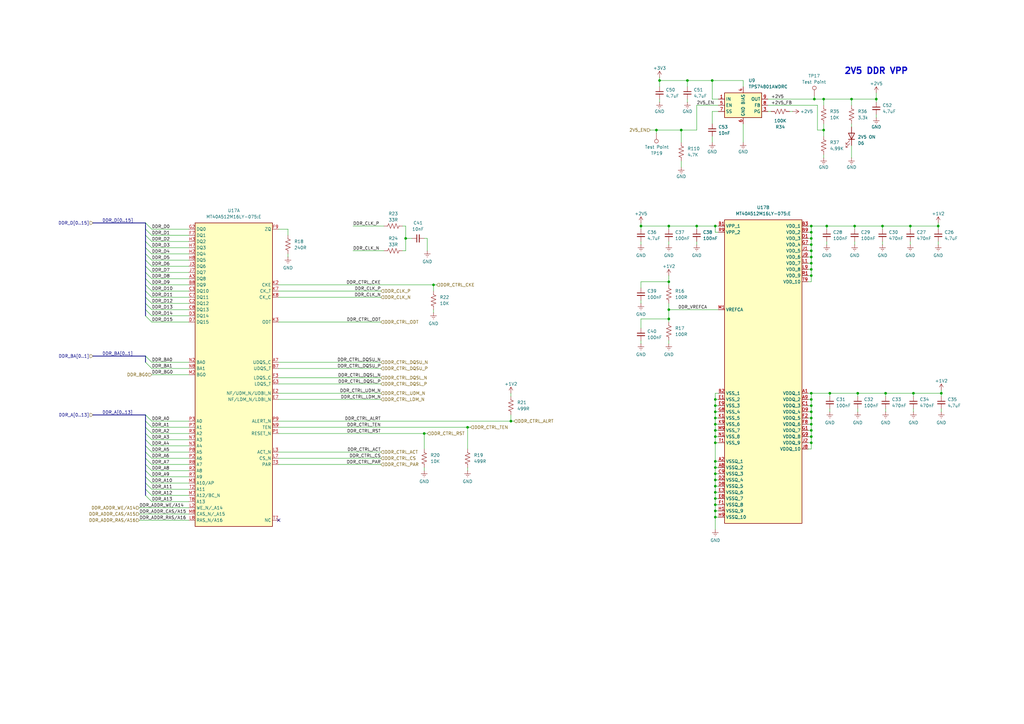
<source format=kicad_sch>
(kicad_sch (version 20231120) (generator "eeschema") (generator_version "8.0")
  (paper "A3")
  (title_block (title "DDR4") (date "2024-07-13") (rev "1.0") (company "Drexel University") (comment 1 "Designed by John Hofmeyr"))
  (junction (at 332.74 92.71))
  (junction (at 350.52 92.71))
  (junction (at 332.74 100.33))
  (junction (at 285.75 92.71))
  (junction (at 274.32 115.57))
  (junction (at 337.82 40.64))
  (junction (at 332.74 113.03))
  (junction (at 293.37 181.61))
  (junction (at 209.55 172.72))
  (junction (at 334.01 40.64))
  (junction (at 332.74 176.53))
  (junction (at 191.77 175.26))
  (junction (at 332.74 173.99))
  (junction (at 373.38 92.71))
  (junction (at 279.4 53.34))
  (junction (at 293.37 191.77))
  (junction (at 293.37 173.99))
  (junction (at 293.37 166.37))
  (junction (at 293.37 207.01))
  (junction (at 349.25 40.64))
  (junction (at 359.41 40.64))
  (junction (at 270.51 33.02))
  (junction (at 262.89 92.71))
  (junction (at 293.37 209.55))
  (junction (at 332.74 166.37))
  (junction (at 332.74 107.95))
  (junction (at 293.37 196.85))
  (junction (at 293.37 171.45))
  (junction (at 274.32 127))
  (junction (at 363.22 161.29))
  (junction (at 173.99 177.8))
  (junction (at 332.74 181.61))
  (junction (at 293.37 92.71))
  (junction (at 293.37 201.93))
  (junction (at 332.74 179.07))
  (junction (at 293.37 212.09))
  (junction (at 293.37 204.47))
  (junction (at 293.37 179.07))
  (junction (at 374.65 161.29))
  (junction (at 177.8 116.84))
  (junction (at 274.32 92.71))
  (junction (at 293.37 168.91))
  (junction (at 281.94 33.02))
  (junction (at 292.1 33.02))
  (junction (at 332.74 163.83))
  (junction (at 332.74 161.29))
  (junction (at 166.37 97.79))
  (junction (at 332.74 97.79))
  (junction (at 332.74 102.87))
  (junction (at 293.37 199.39))
  (junction (at 332.74 171.45))
  (junction (at 293.37 189.23))
  (junction (at 340.36 161.29))
  (junction (at 337.82 53.34))
  (junction (at 361.95 92.71))
  (junction (at 384.81 92.71))
  (junction (at 339.09 92.71))
  (junction (at 293.37 163.83))
  (junction (at 332.74 110.49))
  (junction (at 332.74 168.91))
  (junction (at 293.37 176.53))
  (junction (at 269.24 53.34))
  (junction (at 293.37 194.31))
  (junction (at 351.79 161.29))
  (junction (at 274.32 130.81))
  (junction (at 386.08 161.29))
  (junction (at 332.74 105.41))
  (junction (at 332.74 95.25))
  (no_connect (at 114.3 213.36))
  (bus_entry (at 59.69 101.6) (size 2.54 2.54))
  (bus_entry (at 59.69 187.96) (size 2.54 2.54))
  (bus_entry (at 59.69 127) (size 2.54 2.54))
  (bus_entry (at 59.69 121.92) (size 2.54 2.54))
  (bus_entry (at 59.69 116.84) (size 2.54 2.54))
  (bus_entry (at 59.69 182.88) (size 2.54 2.54))
  (bus_entry (at 59.69 177.8) (size 2.54 2.54))
  (bus_entry (at 59.69 124.46) (size 2.54 2.54))
  (bus_entry (at 59.69 96.52) (size 2.54 2.54))
  (bus_entry (at 59.69 190.5) (size 2.54 2.54))
  (bus_entry (at 59.69 195.58) (size 2.54 2.54))
  (bus_entry (at 59.69 203.2) (size 2.54 2.54))
  (bus_entry (at 59.69 185.42) (size 2.54 2.54))
  (bus_entry (at 59.69 180.34) (size 2.54 2.54))
  (bus_entry (at 59.69 148.59) (size 2.54 2.54))
  (bus_entry (at 59.69 93.98) (size 2.54 2.54))
  (bus_entry (at 59.69 114.3) (size 2.54 2.54))
  (bus_entry (at 59.69 129.54) (size 2.54 2.54))
  (bus_entry (at 59.69 175.26) (size 2.54 2.54))
  (bus_entry (at 59.69 104.14) (size 2.54 2.54))
  (bus_entry (at 59.69 146.05) (size 2.54 2.54))
  (bus_entry (at 59.69 91.44) (size 2.54 2.54))
  (bus_entry (at 59.69 200.66) (size 2.54 2.54))
  (bus_entry (at 59.69 170.18) (size 2.54 2.54))
  (bus_entry (at 59.69 193.04) (size 2.54 2.54))
  (bus_entry (at 59.69 99.06) (size 2.54 2.54))
  (bus_entry (at 59.69 109.22) (size 2.54 2.54))
  (bus_entry (at 59.69 106.68) (size 2.54 2.54))
  (bus_entry (at 59.69 111.76) (size 2.54 2.54))
  (bus_entry (at 59.69 172.72) (size 2.54 2.54))
  (bus_entry (at 59.69 119.38) (size 2.54 2.54))
  (bus_entry (at 59.69 198.12) (size 2.54 2.54))
  (wire (pts (xy 166.37 97.79) (xy 168.91 97.79)))
  (bus (pts (xy 59.69 182.88) (xy 59.69 180.34)))
  (wire (pts (xy 62.23 153.67) (xy 77.47 153.67)))
  (wire (pts (xy 62.23 129.54) (xy 77.47 129.54)))
  (wire (pts (xy 339.09 99.06) (xy 339.09 100.33)))
  (wire (pts (xy 209.55 161.29) (xy 209.55 162.56)))
  (bus (pts (xy 59.69 177.8) (xy 59.69 175.26)))
  (wire (pts (xy 281.94 35.56) (xy 281.94 33.02)))
  (wire (pts (xy 332.74 176.53) (xy 331.47 176.53)))
  (wire (pts (xy 114.3 163.83) (xy 156.21 163.83)))
  (wire (pts (xy 173.99 97.79) (xy 175.26 97.79)))
  (bus (pts (xy 59.69 129.54) (xy 59.69 127)))
  (wire (pts (xy 62.23 177.8) (xy 77.47 177.8)))
  (bus (pts (xy 59.69 180.34) (xy 59.69 177.8)))
  (wire (pts (xy 332.74 161.29) (xy 332.74 163.83)))
  (bus (pts (xy 59.69 203.2) (xy 59.69 200.66)))
  (wire (pts (xy 363.22 162.56) (xy 363.22 161.29)))
  (wire (pts (xy 384.81 93.98) (xy 384.81 92.71)))
  (wire (pts (xy 384.81 91.44) (xy 384.81 92.71)))
  (wire (pts (xy 293.37 95.25) (xy 293.37 92.71)))
  (bus (pts (xy 59.69 185.42) (xy 59.69 182.88)))
  (wire (pts (xy 292.1 40.64) (xy 294.64 40.64)))
  (wire (pts (xy 332.74 110.49) (xy 331.47 110.49)))
  (wire (pts (xy 337.82 40.64) (xy 349.25 40.64)))
  (wire (pts (xy 323.85 45.72) (xy 325.12 45.72)))
  (bus (pts (xy 59.69 198.12) (xy 59.69 195.58)))
  (wire (pts (xy 57.15 208.28) (xy 77.47 208.28)))
  (wire (pts (xy 359.41 38.1) (xy 359.41 40.64)))
  (wire (pts (xy 274.32 127) (xy 294.64 127)))
  (wire (pts (xy 279.4 53.34) (xy 285.75 53.34)))
  (wire (pts (xy 332.74 166.37) (xy 332.74 168.91)))
  (wire (pts (xy 62.23 99.06) (xy 77.47 99.06)))
  (wire (pts (xy 114.3 190.5) (xy 156.21 190.5)))
  (wire (pts (xy 62.23 148.59) (xy 77.47 148.59)))
  (wire (pts (xy 293.37 201.93) (xy 293.37 204.47)))
  (wire (pts (xy 62.23 106.68) (xy 77.47 106.68)))
  (wire (pts (xy 166.37 97.79) (xy 166.37 102.87)))
  (wire (pts (xy 386.08 160.02) (xy 386.08 161.29)))
  (wire (pts (xy 304.8 50.8) (xy 304.8 58.42)))
  (wire (pts (xy 62.23 190.5) (xy 77.47 190.5)))
  (bus (pts (xy 59.69 121.92) (xy 59.69 119.38)))
  (wire (pts (xy 62.23 200.66) (xy 77.47 200.66)))
  (wire (pts (xy 62.23 203.2) (xy 77.47 203.2)))
  (wire (pts (xy 175.26 97.79) (xy 175.26 102.87)))
  (wire (pts (xy 293.37 201.93) (xy 294.64 201.93)))
  (wire (pts (xy 62.23 198.12) (xy 77.47 198.12)))
  (wire (pts (xy 340.36 161.29) (xy 351.79 161.29)))
  (wire (pts (xy 314.96 45.72) (xy 316.23 45.72)))
  (wire (pts (xy 293.37 212.09) (xy 294.64 212.09)))
  (wire (pts (xy 62.23 124.46) (xy 77.47 124.46)))
  (wire (pts (xy 363.22 167.64) (xy 363.22 168.91)))
  (wire (pts (xy 62.23 116.84) (xy 77.47 116.84)))
  (bus (pts (xy 59.69 119.38) (xy 59.69 116.84)))
  (wire (pts (xy 281.94 33.02) (xy 292.1 33.02)))
  (wire (pts (xy 177.8 116.84) (xy 179.07 116.84)))
  (wire (pts (xy 144.78 102.87) (xy 157.48 102.87)))
  (wire (pts (xy 114.3 177.8) (xy 173.99 177.8)))
  (wire (pts (xy 285.75 92.71) (xy 293.37 92.71)))
  (wire (pts (xy 350.52 92.71) (xy 361.95 92.71)))
  (wire (pts (xy 332.74 161.29) (xy 340.36 161.29)))
  (wire (pts (xy 337.82 53.34) (xy 337.82 55.88)))
  (wire (pts (xy 281.94 41.91) (xy 281.94 40.64)))
  (wire (pts (xy 274.32 132.08) (xy 274.32 130.81)))
  (wire (pts (xy 114.3 175.26) (xy 191.77 175.26)))
  (wire (pts (xy 62.23 104.14) (xy 77.47 104.14)))
  (bus (pts (xy 59.69 101.6) (xy 59.69 99.06)))
  (wire (pts (xy 285.75 43.18) (xy 294.64 43.18)))
  (wire (pts (xy 294.64 45.72) (xy 292.1 45.72)))
  (wire (pts (xy 293.37 199.39) (xy 294.64 199.39)))
  (wire (pts (xy 114.3 161.29) (xy 156.21 161.29)))
  (wire (pts (xy 332.74 110.49) (xy 332.74 113.03)))
  (wire (pts (xy 293.37 168.91) (xy 293.37 171.45)))
  (bus (pts (xy 59.69 148.59) (xy 59.69 146.05)))
  (wire (pts (xy 62.23 101.6) (xy 77.47 101.6)))
  (wire (pts (xy 114.3 132.08) (xy 156.21 132.08)))
  (wire (pts (xy 332.74 163.83) (xy 332.74 166.37)))
  (wire (pts (xy 293.37 92.71) (xy 294.64 92.71)))
  (wire (pts (xy 270.51 33.02) (xy 281.94 33.02)))
  (wire (pts (xy 374.65 167.64) (xy 374.65 168.91)))
  (wire (pts (xy 266.7 53.34) (xy 269.24 53.34)))
  (wire (pts (xy 62.23 185.42) (xy 77.47 185.42)))
  (wire (pts (xy 293.37 163.83) (xy 294.64 163.83)))
  (wire (pts (xy 337.82 63.5) (xy 337.82 64.77)))
  (wire (pts (xy 332.74 181.61) (xy 332.74 184.15)))
  (wire (pts (xy 332.74 176.53) (xy 332.74 179.07)))
  (wire (pts (xy 62.23 193.04) (xy 77.47 193.04)))
  (bus (pts (xy 59.69 124.46) (xy 59.69 121.92)))
  (wire (pts (xy 270.51 41.91) (xy 270.51 40.64)))
  (wire (pts (xy 332.74 161.29) (xy 331.47 161.29)))
  (wire (pts (xy 293.37 191.77) (xy 294.64 191.77)))
  (wire (pts (xy 361.95 93.98) (xy 361.95 92.71)))
  (wire (pts (xy 293.37 179.07) (xy 293.37 181.61)))
  (wire (pts (xy 373.38 99.06) (xy 373.38 100.33)))
  (wire (pts (xy 332.74 171.45) (xy 332.74 173.99)))
  (wire (pts (xy 57.15 213.36) (xy 77.47 213.36)))
  (bus (pts (xy 59.69 109.22) (xy 59.69 106.68)))
  (wire (pts (xy 262.89 91.44) (xy 262.89 92.71)))
  (wire (pts (xy 386.08 167.64) (xy 386.08 168.91)))
  (wire (pts (xy 293.37 163.83) (xy 293.37 166.37)))
  (wire (pts (xy 62.23 172.72) (xy 77.47 172.72)))
  (wire (pts (xy 191.77 175.26) (xy 193.04 175.26)))
  (wire (pts (xy 62.23 96.52) (xy 77.47 96.52)))
  (wire (pts (xy 304.8 33.02) (xy 292.1 33.02)))
  (wire (pts (xy 293.37 209.55) (xy 293.37 212.09)))
  (wire (pts (xy 292.1 33.02) (xy 292.1 40.64)))
  (bus (pts (xy 59.69 96.52) (xy 59.69 93.98)))
  (bus (pts (xy 59.69 187.96) (xy 59.69 185.42)))
  (wire (pts (xy 173.99 191.77) (xy 173.99 193.04)))
  (wire (pts (xy 293.37 166.37) (xy 294.64 166.37)))
  (wire (pts (xy 293.37 204.47) (xy 294.64 204.47)))
  (wire (pts (xy 332.74 97.79) (xy 331.47 97.79)))
  (wire (pts (xy 332.74 173.99) (xy 331.47 173.99)))
  (wire (pts (xy 274.32 93.98) (xy 274.32 92.71)))
  (bus (pts (xy 59.69 116.84) (xy 59.69 114.3)))
  (wire (pts (xy 293.37 207.01) (xy 294.64 207.01)))
  (wire (pts (xy 293.37 176.53) (xy 294.64 176.53)))
  (wire (pts (xy 293.37 189.23) (xy 294.64 189.23)))
  (wire (pts (xy 114.3 119.38) (xy 156.21 119.38)))
  (wire (pts (xy 386.08 162.56) (xy 386.08 161.29)))
  (bus (pts (xy 59.69 127) (xy 59.69 124.46)))
  (wire (pts (xy 332.74 113.03) (xy 331.47 113.03)))
  (wire (pts (xy 293.37 173.99) (xy 293.37 176.53)))
  (wire (pts (xy 62.23 119.38) (xy 77.47 119.38)))
  (wire (pts (xy 114.3 157.48) (xy 156.21 157.48)))
  (wire (pts (xy 262.89 123.19) (xy 262.89 124.46)))
  (wire (pts (xy 332.74 100.33) (xy 331.47 100.33)))
  (wire (pts (xy 166.37 92.71) (xy 166.37 97.79)))
  (wire (pts (xy 314.96 43.18) (xy 335.28 43.18)))
  (wire (pts (xy 269.24 53.34) (xy 269.24 54.61)))
  (wire (pts (xy 293.37 176.53) (xy 293.37 179.07)))
  (wire (pts (xy 293.37 212.09) (xy 293.37 217.17)))
  (wire (pts (xy 332.74 92.71) (xy 339.09 92.71)))
  (wire (pts (xy 285.75 93.98) (xy 285.75 92.71)))
  (wire (pts (xy 274.32 99.06) (xy 274.32 100.33)))
  (wire (pts (xy 374.65 162.56) (xy 374.65 161.29)))
  (wire (pts (xy 332.74 179.07) (xy 332.74 181.61)))
  (wire (pts (xy 293.37 207.01) (xy 293.37 209.55)))
  (wire (pts (xy 274.32 127) (xy 274.32 130.81)))
  (wire (pts (xy 191.77 191.77) (xy 191.77 193.04)))
  (bus (pts (xy 59.69 114.3) (xy 59.69 111.76)))
  (wire (pts (xy 293.37 161.29) (xy 294.64 161.29)))
  (wire (pts (xy 363.22 161.29) (xy 374.65 161.29)))
  (wire (pts (xy 349.25 40.64) (xy 359.41 40.64)))
  (wire (pts (xy 57.15 210.82) (xy 77.47 210.82)))
  (wire (pts (xy 293.37 161.29) (xy 293.37 163.83)))
  (wire (pts (xy 332.74 105.41) (xy 331.47 105.41)))
  (wire (pts (xy 62.23 175.26) (xy 77.47 175.26)))
  (wire (pts (xy 339.09 92.71) (xy 350.52 92.71)))
  (wire (pts (xy 62.23 111.76) (xy 77.47 111.76)))
  (wire (pts (xy 209.55 172.72) (xy 210.82 172.72)))
  (wire (pts (xy 332.74 113.03) (xy 332.74 115.57)))
  (wire (pts (xy 332.74 95.25) (xy 331.47 95.25)))
  (wire (pts (xy 314.96 40.64) (xy 334.01 40.64)))
  (wire (pts (xy 293.37 173.99) (xy 294.64 173.99)))
  (wire (pts (xy 114.3 172.72) (xy 209.55 172.72)))
  (wire (pts (xy 293.37 196.85) (xy 293.37 199.39)))
  (wire (pts (xy 359.41 40.64) (xy 359.41 41.91)))
  (bus (pts (xy 59.69 193.04) (xy 59.69 190.5)))
  (wire (pts (xy 114.3 185.42) (xy 156.21 185.42)))
  (wire (pts (xy 332.74 181.61) (xy 331.47 181.61)))
  (wire (pts (xy 62.23 114.3) (xy 77.47 114.3)))
  (wire (pts (xy 332.74 95.25) (xy 332.74 97.79)))
  (wire (pts (xy 361.95 92.71) (xy 373.38 92.71)))
  (wire (pts (xy 349.25 40.64) (xy 349.25 43.18)))
  (wire (pts (xy 332.74 115.57) (xy 331.47 115.57)))
  (wire (pts (xy 293.37 191.77) (xy 293.37 194.31)))
  (wire (pts (xy 340.36 167.64) (xy 340.36 168.91)))
  (wire (pts (xy 118.11 96.52) (xy 118.11 93.98)))
  (wire (pts (xy 191.77 175.26) (xy 191.77 184.15)))
  (wire (pts (xy 351.79 161.29) (xy 363.22 161.29)))
  (wire (pts (xy 262.89 134.62) (xy 262.89 130.81)))
  (wire (pts (xy 165.1 92.71) (xy 166.37 92.71)))
  (wire (pts (xy 270.51 31.75) (xy 270.51 33.02)))
  (wire (pts (xy 62.23 93.98) (xy 77.47 93.98)))
  (wire (pts (xy 144.78 92.71) (xy 157.48 92.71)))
  (wire (pts (xy 293.37 168.91) (xy 294.64 168.91)))
  (wire (pts (xy 293.37 181.61) (xy 293.37 189.23)))
  (wire (pts (xy 209.55 170.18) (xy 209.55 172.72)))
  (wire (pts (xy 262.89 93.98) (xy 262.89 92.71)))
  (bus (pts (xy 59.69 195.58) (xy 59.69 193.04)))
  (wire (pts (xy 62.23 121.92) (xy 77.47 121.92)))
  (wire (pts (xy 62.23 109.22) (xy 77.47 109.22)))
  (wire (pts (xy 293.37 189.23) (xy 293.37 191.77)))
  (wire (pts (xy 293.37 181.61) (xy 294.64 181.61)))
  (wire (pts (xy 332.74 107.95) (xy 332.74 110.49)))
  (bus (pts (xy 59.69 172.72) (xy 59.69 170.18)))
  (wire (pts (xy 114.3 116.84) (xy 177.8 116.84)))
  (wire (pts (xy 332.74 168.91) (xy 331.47 168.91)))
  (wire (pts (xy 293.37 199.39) (xy 293.37 201.93)))
  (wire (pts (xy 335.28 53.34) (xy 337.82 53.34)))
  (wire (pts (xy 293.37 196.85) (xy 294.64 196.85)))
  (wire (pts (xy 332.74 92.71) (xy 332.74 95.25)))
  (wire (pts (xy 62.23 195.58) (xy 77.47 195.58)))
  (bus (pts (xy 59.69 93.98) (xy 59.69 91.44)))
  (wire (pts (xy 384.81 92.71) (xy 373.38 92.71)))
  (wire (pts (xy 332.74 92.71) (xy 331.47 92.71)))
  (wire (pts (xy 332.74 163.83) (xy 331.47 163.83)))
  (wire (pts (xy 279.4 66.04) (xy 279.4 68.58)))
  (wire (pts (xy 337.82 53.34) (xy 337.82 50.8)))
  (wire (pts (xy 334.01 39.37) (xy 334.01 40.64)))
  (wire (pts (xy 332.74 173.99) (xy 332.74 176.53)))
  (wire (pts (xy 332.74 100.33) (xy 332.74 102.87)))
  (wire (pts (xy 274.32 113.03) (xy 274.32 115.57)))
  (wire (pts (xy 293.37 179.07) (xy 294.64 179.07)))
  (wire (pts (xy 332.74 168.91) (xy 332.74 171.45)))
  (wire (pts (xy 304.8 35.56) (xy 304.8 33.02)))
  (wire (pts (xy 114.3 151.13) (xy 156.21 151.13)))
  (wire (pts (xy 285.75 99.06) (xy 285.75 100.33)))
  (wire (pts (xy 350.52 93.98) (xy 350.52 92.71)))
  (wire (pts (xy 351.79 162.56) (xy 351.79 161.29)))
  (wire (pts (xy 332.74 179.07) (xy 331.47 179.07)))
  (wire (pts (xy 332.74 97.79) (xy 332.74 100.33)))
  (wire (pts (xy 350.52 99.06) (xy 350.52 100.33)))
  (wire (pts (xy 173.99 184.15) (xy 173.99 177.8)))
  (wire (pts (xy 293.37 194.31) (xy 294.64 194.31)))
  (wire (pts (xy 62.23 127) (xy 77.47 127)))
  (wire (pts (xy 384.81 99.06) (xy 384.81 100.33)))
  (wire (pts (xy 293.37 171.45) (xy 293.37 173.99)))
  (bus (pts (xy 59.69 200.66) (xy 59.69 198.12)))
  (bus (pts (xy 59.69 175.26) (xy 59.69 172.72)))
  (wire (pts (xy 177.8 116.84) (xy 177.8 119.38)))
  (wire (pts (xy 294.64 95.25) (xy 293.37 95.25)))
  (wire (pts (xy 293.37 209.55) (xy 294.64 209.55)))
  (bus (pts (xy 59.69 190.5) (xy 59.69 187.96)))
  (wire (pts (xy 337.82 40.64) (xy 337.82 43.18)))
  (wire (pts (xy 62.23 180.34) (xy 77.47 180.34)))
  (wire (pts (xy 62.23 132.08) (xy 77.47 132.08)))
  (wire (pts (xy 274.32 92.71) (xy 285.75 92.71)))
  (bus (pts (xy 38.1 170.18) (xy 59.69 170.18)))
  (wire (pts (xy 361.95 99.06) (xy 361.95 100.33)))
  (wire (pts (xy 62.23 182.88) (xy 77.47 182.88)))
  (wire (pts (xy 274.32 127) (xy 274.32 124.46)))
  (wire (pts (xy 293.37 194.31) (xy 293.37 196.85)))
  (wire (pts (xy 332.74 105.41) (xy 332.74 107.95)))
  (wire (pts (xy 62.23 151.13) (xy 77.47 151.13)))
  (wire (pts (xy 62.23 187.96) (xy 77.47 187.96)))
  (wire (pts (xy 335.28 43.18) (xy 335.28 53.34)))
  (wire (pts (xy 359.41 46.99) (xy 359.41 48.26)))
  (wire (pts (xy 118.11 104.14) (xy 118.11 105.41)))
  (bus (pts (xy 59.69 111.76) (xy 59.69 109.22)))
  (bus (pts (xy 38.1 91.44) (xy 59.69 91.44)))
  (wire (pts (xy 262.89 118.11) (xy 262.89 115.57)))
  (bus (pts (xy 59.69 99.06) (xy 59.69 96.52)))
  (wire (pts (xy 292.1 45.72) (xy 292.1 50.8)))
  (wire (pts (xy 332.74 107.95) (xy 331.47 107.95)))
  (wire (pts (xy 279.4 53.34) (xy 279.4 58.42)))
  (wire (pts (xy 166.37 102.87) (xy 165.1 102.87)))
  (wire (pts (xy 262.89 99.06) (xy 262.89 100.33)))
  (wire (pts (xy 373.38 93.98) (xy 373.38 92.71)))
  (wire (pts (xy 293.37 166.37) (xy 293.37 168.91)))
  (wire (pts (xy 332.74 184.15) (xy 331.47 184.15)))
  (bus (pts (xy 59.69 106.68) (xy 59.69 104.14)))
  (wire (pts (xy 332.74 166.37) (xy 331.47 166.37)))
  (wire (pts (xy 349.25 59.69) (xy 349.25 64.77)))
  (bus (pts (xy 59.69 104.14) (xy 59.69 101.6)))
  (wire (pts (xy 334.01 40.64) (xy 337.82 40.64)))
  (wire (pts (xy 293.37 204.47) (xy 293.37 207.01)))
  (wire (pts (xy 173.99 177.8) (xy 175.26 177.8)))
  (wire (pts (xy 269.24 53.34) (xy 279.4 53.34)))
  (wire (pts (xy 114.3 121.92) (xy 156.21 121.92)))
  (wire (pts (xy 332.74 171.45) (xy 331.47 171.45)))
  (wire (pts (xy 118.11 93.98) (xy 114.3 93.98)))
  (wire (pts (xy 349.25 50.8) (xy 349.25 52.07)))
  (wire (pts (xy 274.32 115.57) (xy 274.32 116.84)))
  (wire (pts (xy 293.37 171.45) (xy 294.64 171.45)))
  (wire (pts (xy 332.74 102.87) (xy 332.74 105.41)))
  (wire (pts (xy 114.3 154.94) (xy 156.21 154.94)))
  (wire (pts (xy 262.89 130.81) (xy 274.32 130.81)))
  (wire (pts (xy 285.75 53.34) (xy 285.75 43.18)))
  (bus (pts (xy 38.1 146.05) (xy 59.69 146.05)))
  (wire (pts (xy 274.32 139.7) (xy 274.32 140.97)))
  (wire (pts (xy 114.3 187.96) (xy 156.21 187.96)))
  (wire (pts (xy 62.23 205.74) (xy 77.47 205.74)))
  (wire (pts (xy 262.89 92.71) (xy 274.32 92.71)))
  (wire (pts (xy 351.79 167.64) (xy 351.79 168.91)))
  (wire (pts (xy 340.36 162.56) (xy 340.36 161.29)))
  (wire (pts (xy 374.65 161.29) (xy 386.08 161.29)))
  (wire (pts (xy 292.1 55.88) (xy 292.1 58.42)))
  (wire (pts (xy 262.89 139.7) (xy 262.89 140.97)))
  (wire (pts (xy 332.74 102.87) (xy 331.47 102.87)))
  (wire (pts (xy 262.89 115.57) (xy 274.32 115.57)))
  (wire (pts (xy 339.09 93.98) (xy 339.09 92.71)))
  (wire (pts (xy 270.51 35.56) (xy 270.51 33.02)))
  (wire (pts (xy 177.8 127) (xy 177.8 128.27)))
  (wire (pts (xy 114.3 148.59) (xy 156.21 148.59)))
  (text "2V5 DDR VPP" (at 359.41 29.21 0) (effects (font (size 2.54 2.54) (thickness 0.508) (bold yes))))
  (label "DDR_CLK_N" (at 156.21 121.92 180))
  (label "DDR_D3" (at 62.23 101.6 0))
  (label "DDR_A11" (at 62.23 200.66 0))
  (label "DDR_D10" (at 62.23 119.38 0))
  (label "2V5_EN" (at 285.75 43.18 0))
  (label "DDR_ADDR_CAS{slash}A15" (at 57.15 210.82 0))
  (label "DDR_CTRL_CS" (at 156.21 187.96 180))
  (label "DDR_CTRL_DQSU_P" (at 156.21 151.13 180))
  (label "DDR_A12" (at 62.23 203.2 0))
  (label "DDR_A0" (at 62.23 172.72 0))
  (label "DDR_D4" (at 62.23 104.14 0))
  (label "DDR_BG0" (at 62.23 153.67 0))
  (label "DDR_CTRL_DQSU_N" (at 156.21 148.59 180))
  (label "DDR_ADDR_RAS{slash}A16" (at 57.15 213.36 0))
  (label "DDR_D0" (at 62.23 93.98 0))
  (label "DDR_CTRL_TEN" (at 156.21 175.26 180))
  (label "DDR_A[0..13]" (at 41.91 170.18 0))
  (label "DDR_D5" (at 62.23 106.68 0))
  (label "DDR_CLK_N" (at 144.78 102.87 0))
  (label "DDR_CTRL_ALRT" (at 156.21 172.72 180))
  (label "DDR_A10" (at 62.23 198.12 0))
  (label "DDR_D12" (at 62.23 124.46 0))
  (label "DDR_D2" (at 62.23 99.06 0))
  (label "DDR_D6" (at 62.23 109.22 0))
  (label "DDR_VREFCA" (at 278.13 127 0))
  (label "DDR_D[0..15]" (at 41.91 91.44 0))
  (label "DDR_A3" (at 62.23 180.34 0))
  (label "DDR_CTRL_RST" (at 156.21 177.8 180))
  (label "DDR_A1" (at 62.23 175.26 0))
  (label "DDR_D11" (at 62.23 121.92 0))
  (label "DDR_CTRL_ODT" (at 156.21 132.08 180))
  (label "DDR_D14" (at 62.23 129.54 0))
  (label "DDR_D15" (at 62.23 132.08 0))
  (label "DDR_D7" (at 62.23 111.76 0))
  (label "DDR_CTRL_PAR" (at 156.21 190.5 180))
  (label "DDR_CTRL_ACT" (at 156.21 185.42 180))
  (label "DDR_A7" (at 62.23 190.5 0))
  (label "DDR_A2" (at 62.23 177.8 0))
  (label "DDR_BA0" (at 62.23 148.59 0))
  (label "DDR_CTRL_DQSL_N" (at 156.21 154.94 180))
  (label "DDR_D8" (at 62.23 114.3 0))
  (label "+2V5" (at 316.23 40.64 0))
  (label "DDR_BA1" (at 62.23 151.13 0))
  (label "DDR_D9" (at 62.23 116.84 0))
  (label "DDR_CTRL_CKE" (at 156.21 116.84 180))
  (label "DDR_CTRL_UDM_N" (at 156.21 161.29 180))
  (label "DDR_CLK_P" (at 144.78 92.71 0))
  (label "DDR_A8" (at 62.23 193.04 0))
  (label "DDR_A6" (at 62.23 187.96 0))
  (label "DDR_D13" (at 62.23 127 0))
  (label "+2V5_FB" (at 316.23 43.18 0))
  (label "DDR_ADDR_WE{slash}A14" (at 57.15 208.28 0))
  (label "DDR_CTRL_DQSL_P" (at 156.21 157.48 180))
  (label "DDR_BA[0..1]" (at 41.91 146.05 0))
  (label "DDR_CTRL_LDM_N" (at 156.21 163.83 180))
  (label "DDR_A4" (at 62.23 182.88 0))
  (label "DDR_A13" (at 62.23 205.74 0))
  (label "DDR_A5" (at 62.23 185.42 0))
  (label "DDR_D1" (at 62.23 96.52 0))
  (label "DDR_A9" (at 62.23 195.58 0))
  (label "DDR_CLK_P" (at 156.21 119.38 180))
  (hierarchical_label "DDR_CLK_P" (shape input) (at 156.21 119.38 0))
  (hierarchical_label "DDR_ADDR_RAS{slash}A16" (shape input) (at 57.15 213.36 180))
  (hierarchical_label "DDR_ADDR_CAS{slash}A15" (shape input) (at 57.15 210.82 180))
  (hierarchical_label "DDR_CLK_N" (shape input) (at 156.21 121.92 0))
  (hierarchical_label "DDR_CTRL_PAR" (shape input) (at 156.21 190.5 0))
  (hierarchical_label "DDR_BG0" (shape input) (at 62.23 153.67 180))
  (hierarchical_label "DDR_ADDR_WE{slash}A14" (shape input) (at 57.15 208.28 180))
  (hierarchical_label "DDR_CTRL_UDM_N" (shape input) (at 156.21 161.29 0))
  (hierarchical_label "DDR_CTRL_RST" (shape input) (at 175.26 177.8 0))
  (hierarchical_label "DDR_CTRL_CKE" (shape input) (at 179.07 116.84 0))
  (hierarchical_label "DDR_CTRL_DQSU_P" (shape input) (at 156.21 151.13 0))
  (hierarchical_label "DDR_CTRL_LDM_N" (shape input) (at 156.21 163.83 0))
  (hierarchical_label "DDR_CTRL_DQSL_N" (shape input) (at 156.21 154.94 0))
  (hierarchical_label "DDR_CTRL_DQSL_P" (shape input) (at 156.21 157.48 0))
  (hierarchical_label "DDR_CTRL_TEN" (shape input) (at 193.04 175.26 0))
  (hierarchical_label "DDR_BA[0..1]" (shape input) (at 38.1 146.05 180))
  (hierarchical_label "DDR_A[0..13]" (shape input) (at 38.1 170.18 180))
  (hierarchical_label "DDR_CTRL_CS" (shape input) (at 156.21 187.96 0))
  (hierarchical_label "DDR_CTRL_ALRT" (shape input) (at 210.82 172.72 0))
  (hierarchical_label "DDR_CTRL_ACT" (shape input) (at 156.21 185.42 0))
  (hierarchical_label "DDR_CTRL_ODT" (shape input) (at 156.21 132.08 0))
  (hierarchical_label "DDR_CTRL_DQSU_N" (shape input) (at 156.21 148.59 0))
  (hierarchical_label "2V5_EN" (shape input) (at 266.7 53.34 180))
  (hierarchical_label "DDR_D[0..15]" (shape input) (at 38.1 91.44 180))
  (symbol (lib_id "power:GND") (at 274.32 100.33 0) (unit 1)
    (property "Reference" "#PWR063" (effects (hide yes)))
    (property "Value" "GND" (at 274.32 104.775 0))
    (property "Description" "Power symbol creates a global label with name \"GND\" , ground" (effects (hide yes)))
  )
  (symbol (lib_id "power:GND") (at 270.51 41.91 0) (unit 1)
    (property "Reference" "#PWR0101" (effects (hide yes)))
    (property "Value" "GND" (at 270.51 45.72 0))
    (property "Description" "Power symbol creates a global label with name \"GND\" , ground" (effects (hide yes)))
  )
  (symbol (lib_id "Device:C_Small") (at 270.51 38.1 0) (unit 1)
    (property "Reference" "C50" (at 273.05 36.8362 0) (effects (justify left)))
    (property "Value" "4.7uF" (at 273.05 39.3762 0) (effects (justify left)))
    (property "Footprint" "Capacitor_SMD:C_0402_1005Metric" (effects (hide yes)))
    (property "Description" "Unpolarized capacitor, small symbol" (effects (hide yes)))
  )
  (symbol (lib_id "Device:R_US") (at 209.55 166.37 180) (unit 1)
    (property "Reference" "R21" (at 212.09 165.0999 0) (effects (justify right)))
    (property "Value" "499R" (at 212.09 167.6399 0) (effects (justify right)))
    (property "Footprint" "Resistor_SMD:R_0402_1005Metric" (effects (hide yes)))
    (property "Description" "Resistor, US symbol" (effects (hide yes)))
  )
  (symbol (lib_id "power:GND") (at 337.82 64.77 0) (unit 1)
    (property "Reference" "#PWR0246" (effects (hide yes)))
    (property "Value" "GND" (at 337.82 68.58 0))
    (property "Description" "Power symbol creates a global label with name \"GND\" , ground" (effects (hide yes)))
  )
  (symbol (lib_id "power:+3V3") (at 270.51 31.75 0) (unit 1)
    (property "Reference" "#PWR099" (effects (hide yes)))
    (property "Value" "+3V3" (at 270.51 27.94 0))
    (property "Description" "Power symbol creates a global label with name \"+3V3\"" (effects (hide yes)))
  )
  (symbol (lib_id "power:GND") (at 177.8 128.27 0) (unit 1)
    (property "Reference" "#PWR074" (effects (hide yes)))
    (property "Value" "GND" (at 177.8 132.715 0))
    (property "Description" "Power symbol creates a global label with name \"GND\" , ground" (effects (hide yes)))
  )
  (symbol (lib_id "power:GND") (at 292.1 58.42 0) (unit 1)
    (property "Reference" "#PWR0244" (effects (hide yes)))
    (property "Value" "GND" (at 292.1 62.23 0))
    (property "Description" "Power symbol creates a global label with name \"GND\" , ground" (effects (hide yes)))
  )
  (symbol (lib_id "power:GND") (at 374.65 168.91 0) (unit 1)
    (property "Reference" "#PWR060" (effects (hide yes)))
    (property "Value" "GND" (at 374.65 173.355 0))
    (property "Description" "Power symbol creates a global label with name \"GND\" , ground" (effects (hide yes)))
  )
  (symbol (lib_id "power:GND") (at 173.99 193.04 0) (unit 1)
    (property "Reference" "#PWR072" (effects (hide yes)))
    (property "Value" "GND" (at 173.99 197.485 0))
    (property "Description" "Power symbol creates a global label with name \"GND\" , ground" (effects (hide yes)))
  )
  (symbol (lib_id "Device:C_Small") (at 171.45 97.79 90) (unit 1)
    (property "Reference" "C41" (at 171.4563 91.44 90))
    (property "Value" "10nF" (at 171.4563 93.98 90))
    (property "Footprint" "Capacitor_SMD:C_0402_1005Metric" (effects (hide yes)))
    (property "Description" "Unpolarized capacitor, small symbol" (effects (hide yes)))
  )
  (symbol (lib_id "power:+1V2") (at 209.55 161.29 0) (unit 1)
    (property "Reference" "#PWR073" (effects (hide yes)))
    (property "Value" "+1V2" (at 209.55 157.48 0))
    (property "Description" "Power symbol creates a global label with name \"+1V2\"" (effects (hide yes)))
  )
  (symbol (lib_id "power:+2V5") (at 359.41 38.1 0) (unit 1)
    (property "Reference" "#PWR0100" (effects (hide yes)))
    (property "Value" "+2V5" (at 359.41 34.29 0))
    (property "Description" "Power symbol creates a global label with name \"+2V5\"" (effects (hide yes)))
  )
  (symbol (lib_id "FPGA Module:MT40A512M16LY-075{colon}E") (at 80.01 91.44 0) (unit 1)
    (property "Reference" "U17" (at 95.885 86.36 0))
    (property "Value" "MT40A512M16LY-075:E" (at 95.885 88.9 0))
    (property "Footprint" "FPGA Module:BGA96C80P9X16_750X1350X120" (effects (hide yes)))
    (property "Datasheet" "https://www.mouser.com/datasheet/2/671/Micron_8gb_ddr4_sdram-3239981.pdf" (effects (hide yes)))
  )
  (symbol (lib_id "Device:C_Small") (at 340.36 165.1 0) (unit 1)
    (property "Reference" "C31" (at 342.9 163.8362 0) (effects (justify left)))
    (property "Value" "100nF" (at 342.9 166.3762 0) (effects (justify left)))
    (property "Footprint" "Capacitor_SMD:C_0402_1005Metric" (effects (hide yes)))
    (property "Description" "Unpolarized capacitor, small symbol" (effects (hide yes)))
  )
  (symbol (lib_id "power:GND") (at 281.94 41.91 0) (unit 1)
    (property "Reference" "#PWR0102" (effects (hide yes)))
    (property "Value" "GND" (at 281.94 45.72 0))
    (property "Description" "Power symbol creates a global label with name \"GND\" , ground" (effects (hide yes)))
  )
  (symbol (lib_id "Device:C_Small") (at 363.22 165.1 0) (unit 1)
    (property "Reference" "C33" (at 365.76 163.8362 0) (effects (justify left)))
    (property "Value" "470nF" (at 365.76 166.3762 0) (effects (justify left)))
    (property "Footprint" "Capacitor_SMD:C_0402_1005Metric" (effects (hide yes)))
    (property "Description" "Unpolarized capacitor, small symbol" (effects (hide yes)))
  )
  (symbol (lib_id "power:GND") (at 359.41 48.26 0) (unit 1)
    (property "Reference" "#PWR0104" (effects (hide yes)))
    (property "Value" "GND" (at 359.41 52.07 0))
    (property "Description" "Power symbol creates a global label with name \"GND\" , ground" (effects (hide yes)))
  )
  (symbol (lib_id "power:GND") (at 304.8 58.42 0) (unit 1)
    (property "Reference" "#PWR0245" (effects (hide yes)))
    (property "Value" "GND" (at 304.8 62.23 0))
    (property "Description" "Power symbol creates a global label with name \"GND\" , ground" (effects (hide yes)))
  )
  (symbol (lib_id "Device:C_Small") (at 386.08 165.1 0) (unit 1)
    (property "Reference" "C35" (at 388.62 163.8362 0) (effects (justify left)))
    (property "Value" "4.7uF" (at 388.62 166.3762 0) (effects (justify left)))
    (property "Footprint" "Capacitor_SMD:C_0402_1005Metric" (effects (hide yes)))
    (property "Description" "Unpolarized capacitor, small symbol" (effects (hide yes)))
  )
  (symbol (lib_id "power:GND") (at 350.52 100.33 0) (unit 1)
    (property "Reference" "#PWR051" (effects (hide yes)))
    (property "Value" "GND" (at 350.52 104.775 0))
    (property "Description" "Power symbol creates a global label with name \"GND\" , ground" (effects (hide yes)))
  )
  (symbol (lib_id "power:GND") (at 339.09 100.33 0) (unit 1)
    (property "Reference" "#PWR050" (effects (hide yes)))
    (property "Value" "GND" (at 339.09 104.775 0))
    (property "Description" "Power symbol creates a global label with name \"GND\" , ground" (effects (hide yes)))
  )
  (symbol (lib_id "Device:R_US") (at 118.11 100.33 180) (unit 1)
    (property "Reference" "R18" (at 120.65 99.0599 0) (effects (justify right)))
    (property "Value" "240R" (at 120.65 101.5999 0) (effects (justify right)))
    (property "Footprint" "Resistor_SMD:R_0402_1005Metric" (effects (hide yes)))
    (property "Description" "Resistor, US symbol" (effects (hide yes)))
  )
  (symbol (lib_id "Device:C_Small") (at 339.09 96.52 0) (unit 1)
    (property "Reference" "C28" (at 341.63 95.2562 0) (effects (justify left)))
    (property "Value" "100nF" (at 341.63 97.7962 0) (effects (justify left)))
    (property "Footprint" "Capacitor_SMD:C_0402_1005Metric" (effects (hide yes)))
    (property "Description" "Unpolarized capacitor, small symbol" (effects (hide yes)))
  )
  (symbol (lib_id "power:GND") (at 262.89 100.33 0) (unit 1)
    (property "Reference" "#PWR062" (effects (hide yes)))
    (property "Value" "GND" (at 262.89 104.775 0))
    (property "Description" "Power symbol creates a global label with name \"GND\" , ground" (effects (hide yes)))
  )
  (symbol (lib_id "Device:C_Small") (at 274.32 96.52 0) (unit 1)
    (property "Reference" "C37" (at 276.86 95.2562 0) (effects (justify left)))
    (property "Value" "100nF" (at 276.86 97.7962 0) (effects (justify left)))
    (property "Footprint" "Capacitor_SMD:C_0402_1005Metric" (effects (hide yes)))
    (property "Description" "Unpolarized capacitor, small symbol" (effects (hide yes)))
  )
  (symbol (lib_id "Device:C_Small") (at 292.1 53.34 0) (unit 1)
    (property "Reference" "C53" (at 294.64 52.0762 0) (effects (justify left)))
    (property "Value" "10nF" (at 294.64 54.6162 0) (effects (justify left)))
    (property "Footprint" "Capacitor_SMD:C_0402_1005Metric" (effects (hide yes)))
    (property "Description" "Unpolarized capacitor, small symbol" (effects (hide yes)))
  )
  (symbol (lib_id "power:GND") (at 361.95 100.33 0) (unit 1)
    (property "Reference" "#PWR052" (effects (hide yes)))
    (property "Value" "GND" (at 361.95 104.775 0))
    (property "Description" "Power symbol creates a global label with name \"GND\" , ground" (effects (hide yes)))
  )
  (symbol (lib_id "Device:R_US") (at 279.4 62.23 180) (unit 1)
    (property "Reference" "R110" (at 281.94 60.9599 0) (effects (justify right)))
    (property "Value" "4.7K" (at 281.94 63.4999 0) (effects (justify right)))
    (property "Footprint" "Resistor_SMD:R_0402_1005Metric" (effects (hide yes)))
    (property "Description" "Resistor, US symbol" (effects (hide yes)))
  )
  (symbol (lib_id "power:GND") (at 340.36 168.91 0) (unit 1)
    (property "Reference" "#PWR057" (effects (hide yes)))
    (property "Value" "GND" (at 340.36 173.355 0))
    (property "Description" "Power symbol creates a global label with name \"GND\" , ground" (effects (hide yes)))
  )
  (symbol (lib_id "power:+1V2") (at 386.08 160.02 0) (unit 1)
    (property "Reference" "#PWR056" (effects (hide yes)))
    (property "Value" "+1V2" (at 386.08 156.21 0))
    (property "Description" "Power symbol creates a global label with name \"+1V2\"" (effects (hide yes)))
  )
  (symbol (lib_id "Regulator_Linear:TPS74801AWDRC") (at 304.8 43.18 0) (unit 1)
    (property "Reference" "U9" (at 306.9941 33.02 0) (effects (justify left)))
    (property "Value" "TPS74801AWDRC" (at 306.9941 35.56 0) (effects (justify left)))
    (property "Footprint" "Package_SON:VSON-10-1EP_3x3mm_P0.5mm_EP1.65x2.4mm_ThermalVias" (effects (hide yes)))
    (property "Datasheet" "https://www.ti.com/lit/ds/symlink/tps748a.pdf" (effects (hide yes)))
    (property "Description" "Texas Instruments 1.5A, Low-Dropout Linear Regulator With Programmable Soft-Start, 0.8-6.0Vin, 2.7-6.0Vbias, 0.8-3.6Vout" (effects (hide yes)))
  )
  (symbol (lib_id "Connector:TestPoint") (at 269.24 54.61 180) (unit 1)
    (property "Reference" "TP19" (at 271.78 62.865 0) (effects (justify left)))
    (property "Value" "Test Point" (at 274.32 60.325 0) (effects (justify left)))
    (property "Footprint" "FPGA Module:Test Point 0.75mm" (effects (hide yes)))
    (property "Description" "test point" (effects (hide yes)))
  )
  (symbol (lib_id "power:GND") (at 191.77 193.04 0) (unit 1)
    (property "Reference" "#PWR071" (effects (hide yes)))
    (property "Value" "GND" (at 191.77 197.485 0))
    (property "Description" "Power symbol creates a global label with name \"GND\" , ground" (effects (hide yes)))
  )
  (symbol (lib_id "Device:R_US") (at 191.77 187.96 180) (unit 1)
    (property "Reference" "R19" (at 194.31 186.6899 0) (effects (justify right)))
    (property "Value" "499R" (at 194.31 189.2299 0) (effects (justify right)))
    (property "Footprint" "Resistor_SMD:R_0402_1005Metric" (effects (hide yes)))
    (property "Description" "Resistor, US symbol" (effects (hide yes)))
  )
  (symbol (lib_id "Connector:TestPoint") (at 334.01 39.37 0) (unit 1)
    (property "Reference" "TP17" (at 331.47 31.115 0) (effects (justify left)))
    (property "Value" "Test Point" (at 328.93 33.655 0) (effects (justify left)))
    (property "Footprint" "FPGA Module:Test Point 0.75mm" (effects (hide yes)))
    (property "Description" "test point" (effects (hide yes)))
  )
  (symbol (lib_id "Device:C_Small") (at 359.41 44.45 0) (unit 1)
    (property "Reference" "C52" (at 361.95 43.1862 0) (effects (justify left)))
    (property "Value" "4.7uF" (at 361.95 45.7262 0) (effects (justify left)))
    (property "Footprint" "Capacitor_SMD:C_0402_1005Metric" (effects (hide yes)))
    (property "Description" "Unpolarized capacitor, small symbol" (effects (hide yes)))
  )
  (symbol (lib_id "Device:R_US") (at 349.25 46.99 0) (unit 1)
    (property "Reference" "R36" (at 351.79 45.7199 0) (effects (justify left)))
    (property "Value" "3.3k" (at 351.79 48.2599 0) (effects (justify left)))
    (property "Footprint" "Resistor_SMD:R_0402_1005Metric" (effects (hide yes)))
    (property "Description" "Resistor, US symbol" (effects (hide yes)))
  )
  (symbol (lib_id "power:GND") (at 262.89 140.97 0) (unit 1)
    (property "Reference" "#PWR067" (effects (hide yes)))
    (property "Value" "GND" (at 262.89 145.415 0))
    (property "Description" "Power symbol creates a global label with name \"GND\" , ground" (effects (hide yes)))
  )
  (symbol (lib_id "Device:R_US") (at 173.99 187.96 180) (unit 1)
    (property "Reference" "R20" (at 176.53 186.6899 0) (effects (justify right)))
    (property "Value" "10K" (at 176.53 189.2299 0) (effects (justify right)))
    (property "Footprint" "Resistor_SMD:R_0402_1005Metric" (effects (hide yes)))
    (property "Description" "Resistor, US symbol" (effects (hide yes)))
  )
  (symbol (lib_id "Device:C_Small") (at 361.95 96.52 0) (unit 1)
    (property "Reference" "C30" (at 364.49 95.2562 0) (effects (justify left)))
    (property "Value" "470nF" (at 364.49 97.7962 0) (effects (justify left)))
    (property "Footprint" "Capacitor_SMD:C_0402_1005Metric" (effects (hide yes)))
    (property "Description" "Unpolarized capacitor, small symbol" (effects (hide yes)))
  )
  (symbol (lib_id "Device:R_US") (at 337.82 46.99 0) (unit 1)
    (property "Reference" "R35" (at 340.36 45.7199 0) (effects (justify left)))
    (property "Value" "10K" (at 340.36 48.2599 0) (effects (justify left)))
    (property "Footprint" "Resistor_SMD:R_0402_1005Metric" (effects (hide yes)))
    (property "Description" "Resistor, US symbol" (effects (hide yes)))
  )
  (symbol (lib_id "Device:R_US") (at 274.32 135.89 180) (unit 1)
    (property "Reference" "R17" (at 276.86 134.6199 0) (effects (justify right)))
    (property "Value" "100R" (at 276.86 137.1599 0) (effects (justify right)))
    (property "Footprint" "Resistor_SMD:R_0402_1005Metric" (effects (hide yes)))
    (property "Description" "Resistor, US symbol" (effects (hide yes)))
  )
  (symbol (lib_id "Device:C_Small") (at 262.89 96.52 0) (unit 1)
    (property "Reference" "C36" (at 265.43 95.2562 0) (effects (justify left)))
    (property "Value" "4.7uF" (at 265.43 97.7962 0) (effects (justify left)))
    (property "Footprint" "Capacitor_SMD:C_0402_1005Metric" (effects (hide yes)))
    (property "Description" "Unpolarized capacitor, small symbol" (effects (hide yes)))
  )
  (symbol (lib_id "power:GND") (at 285.75 100.33 0) (unit 1)
    (property "Reference" "#PWR064" (effects (hide yes)))
    (property "Value" "GND" (at 285.75 104.775 0))
    (property "Description" "Power symbol creates a global label with name \"GND\" , ground" (effects (hide yes)))
  )
  (symbol (lib_id "power:GND") (at 386.08 168.91 0) (unit 1)
    (property "Reference" "#PWR061" (effects (hide yes)))
    (property "Value" "GND" (at 386.08 173.355 0))
    (property "Description" "Power symbol creates a global label with name \"GND\" , ground" (effects (hide yes)))
  )
  (symbol (lib_id "power:GND") (at 293.37 217.17 0) (unit 1)
    (property "Reference" "#PWR049" (effects (hide yes)))
    (property "Value" "GND" (at 293.37 221.615 0))
    (property "Description" "Power symbol creates a global label with name \"GND\" , ground" (effects (hide yes)))
  )
  (symbol (lib_id "Device:R_US") (at 161.29 92.71 270) (unit 1)
    (property "Reference" "R23" (at 161.29 87.63 90))
    (property "Value" "33R" (at 161.29 90.17 90))
    (property "Footprint" "Resistor_SMD:R_0402_1005Metric" (effects (hide yes)))
    (property "Description" "Resistor, US symbol" (effects (hide yes)))
  )
  (symbol (lib_id "Device:C_Small") (at 281.94 38.1 0) (unit 1)
    (property "Reference" "C51" (at 284.48 36.8362 0) (effects (justify left)))
    (property "Value" "4.7uF" (at 284.48 39.3762 0) (effects (justify left)))
    (property "Footprint" "Capacitor_SMD:C_0402_1005Metric" (effects (hide yes)))
    (property "Description" "Unpolarized capacitor, small symbol" (effects (hide yes)))
  )
  (symbol (lib_id "power:+2V5") (at 325.12 45.72 270) (unit 1)
    (property "Reference" "#PWR0103" (effects (hide yes)))
    (property "Value" "+2V5" (at 330.835 45.72 90))
    (property "Description" "Power symbol creates a global label with name \"+2V5\"" (effects (hide yes)))
  )
  (symbol (lib_id "Device:C_Small") (at 374.65 165.1 0) (unit 1)
    (property "Reference" "C34" (at 377.19 163.8362 0) (effects (justify left)))
    (property "Value" "470nF" (at 377.19 166.3762 0) (effects (justify left)))
    (property "Footprint" "Capacitor_SMD:C_0402_1005Metric" (effects (hide yes)))
    (property "Description" "Unpolarized capacitor, small symbol" (effects (hide yes)))
  )
  (symbol (lib_id "Device:LED") (at 349.25 55.88 270) (mirror x) (unit 1)
    (property "Reference" "D6" (at 351.79 58.7376 90) (effects (justify left)))
    (property "Value" "2V5 ON" (at 351.79 56.1976 90) (effects (justify left)))
    (property "Footprint" "LED_SMD:LED_0603_1608Metric" (effects (hide yes)))
    (property "Description" "Light emitting diode" (effects (hide yes)))
  )
  (symbol (lib_id "power:GND") (at 363.22 168.91 0) (unit 1)
    (property "Reference" "#PWR059" (effects (hide yes)))
    (property "Value" "GND" (at 363.22 173.355 0))
    (property "Description" "Power symbol creates a global label with name \"GND\" , ground" (effects (hide yes)))
  )
  (symbol (lib_id "Device:R_US") (at 274.32 120.65 180) (unit 1)
    (property "Reference" "R16" (at 276.86 119.3799 0) (effects (justify right)))
    (property "Value" "100R" (at 276.86 121.9199 0) (effects (justify right)))
    (property "Footprint" "Resistor_SMD:R_0402_1005Metric" (effects (hide yes)))
    (property "Description" "Resistor, US symbol" (effects (hide yes)))
  )
  (symbol (lib_id "Device:C_Small") (at 350.52 96.52 0) (unit 1)
    (property "Reference" "C29" (at 353.06 95.2562 0) (effects (justify left)))
    (property "Value" "100nF" (at 353.06 97.7962 0) (effects (justify left)))
    (property "Footprint" "Capacitor_SMD:C_0402_1005Metric" (effects (hide yes)))
    (property "Description" "Unpolarized capacitor, small symbol" (effects (hide yes)))
  )
  (symbol (lib_id "power:+2V5") (at 262.89 91.44 0) (unit 1)
    (property "Reference" "#PWR065" (effects (hide yes)))
    (property "Value" "+2V5" (at 262.89 87.63 0))
    (property "Description" "Power symbol creates a global label with name \"+2V5\"" (effects (hide yes)))
  )
  (symbol (lib_id "Device:C_Small") (at 262.89 137.16 0) (unit 1)
    (property "Reference" "C40" (at 265.43 135.8962 0) (effects (justify left)))
    (property "Value" "100nF" (at 265.43 138.4362 0) (effects (justify left)))
    (property "Footprint" "Capacitor_SMD:C_0402_1005Metric" (effects (hide yes)))
    (property "Description" "Unpolarized capacitor, small symbol" (effects (hide yes)))
  )
  (symbol (lib_id "Device:R_US") (at 161.29 102.87 270) (unit 1)
    (property "Reference" "R24" (at 161.29 97.79 90))
    (property "Value" "33R" (at 161.29 100.33 90))
    (property "Footprint" "Resistor_SMD:R_0402_1005Metric" (effects (hide yes)))
    (property "Description" "Resistor, US symbol" (effects (hide yes)))
  )
  (symbol (lib_id "power:GND") (at 279.4 68.58 0) (mirror y) (unit 1)
    (property "Reference" "#PWR022" (effects (hide yes)))
    (property "Value" "GND" (at 279.4 72.39 0))
    (property "Description" "Power symbol creates a global label with name \"GND\" , ground" (effects (hide yes)))
  )
  (symbol (lib_id "power:GND") (at 118.11 105.41 0) (unit 1)
    (property "Reference" "#PWR070" (effects (hide yes)))
    (property "Value" "GND" (at 118.11 109.855 0))
    (property "Description" "Power symbol creates a global label with name \"GND\" , ground" (effects (hide yes)))
  )
  (symbol (lib_id "Device:R_US") (at 337.82 59.69 0) (unit 1)
    (property "Reference" "R37" (at 340.36 58.4199 0) (effects (justify left)))
    (property "Value" "4.99K" (at 340.36 60.9599 0) (effects (justify left)))
    (property "Footprint" "Resistor_SMD:R_0402_1005Metric" (effects (hide yes)))
    (property "Description" "Resistor, US symbol" (effects (hide yes)))
  )
  (symbol (lib_id "Device:R_US") (at 320.04 45.72 90) (mirror x) (unit 1)
    (property "Reference" "R34" (at 320.04 52.07 90))
    (property "Value" "100K" (at 320.04 49.53 90))
    (property "Footprint" "Resistor_SMD:R_0402_1005Metric" (effects (hide yes)))
    (property "Description" "Resistor, US symbol" (effects (hide yes)))
  )
  (symbol (lib_id "power:GND") (at 175.26 102.87 0) (unit 1)
    (property "Reference" "#PWR075" (effects (hide yes)))
    (property "Value" "GND" (at 175.26 107.315 0))
    (property "Description" "Power symbol creates a global label with name \"GND\" , ground" (effects (hide yes)))
  )
  (symbol (lib_id "Device:C_Small") (at 262.89 120.65 0) (unit 1)
    (property "Reference" "C39" (at 265.43 119.3862 0) (effects (justify left)))
    (property "Value" "100nF" (at 265.43 121.9262 0) (effects (justify left)))
    (property "Footprint" "Capacitor_SMD:C_0402_1005Metric" (effects (hide yes)))
    (property "Description" "Unpolarized capacitor, small symbol" (effects (hide yes)))
  )
  (symbol (lib_id "power:+1V2") (at 384.81 91.44 0) (unit 1)
    (property "Reference" "#PWR055" (effects (hide yes)))
    (property "Value" "+1V2" (at 384.81 87.63 0))
    (property "Description" "Power symbol creates a global label with name \"+1V2\"" (effects (hide yes)))
  )
  (symbol (lib_id "power:GND") (at 349.25 64.77 0) (unit 1)
    (property "Reference" "#PWR0247" (effects (hide yes)))
    (property "Value" "GND" (at 349.25 68.58 0))
    (property "Description" "Power symbol creates a global label with name \"GND\" , ground" (effects (hide yes)))
  )
  (symbol (lib_id "Device:C_Small") (at 285.75 96.52 0) (unit 1)
    (property "Reference" "C38" (at 288.29 95.2562 0) (effects (justify left)))
    (property "Value" "100nF" (at 288.29 97.7962 0) (effects (justify left)))
    (property "Footprint" "Capacitor_SMD:C_0402_1005Metric" (effects (hide yes)))
    (property "Description" "Unpolarized capacitor, small symbol" (effects (hide yes)))
  )
  (symbol (lib_id "power:GND") (at 274.32 140.97 0) (unit 1)
    (property "Reference" "#PWR068" (effects (hide yes)))
    (property "Value" "GND" (at 274.32 145.415 0))
    (property "Description" "Power symbol creates a global label with name \"GND\" , ground" (effects (hide yes)))
  )
  (symbol (lib_id "power:GND") (at 351.79 168.91 0) (unit 1)
    (property "Reference" "#PWR058" (effects (hide yes)))
    (property "Value" "GND" (at 351.79 173.355 0))
    (property "Description" "Power symbol creates a global label with name \"GND\" , ground" (effects (hide yes)))
  )
  (symbol (lib_id "power:+1V2") (at 274.32 113.03 0) (unit 1)
    (property "Reference" "#PWR069" (effects (hide yes)))
    (property "Value" "+1V2" (at 274.32 109.22 0))
    (property "Description" "Power symbol creates a global label with name \"+1V2\"" (effects (hide yes)))
  )
  (symbol (lib_id "power:GND") (at 384.81 100.33 0) (unit 1)
    (property "Reference" "#PWR054" (effects (hide yes)))
    (property "Value" "GND" (at 384.81 104.775 0))
    (property "Description" "Power symbol creates a global label with name \"GND\" , ground" (effects (hide yes)))
  )
  (symbol (lib_id "power:GND") (at 373.38 100.33 0) (unit 1)
    (property "Reference" "#PWR053" (effects (hide yes)))
    (property "Value" "GND" (at 373.38 104.775 0))
    (property "Description" "Power symbol creates a global label with name \"GND\" , ground" (effects (hide yes)))
  )
  (symbol (lib_id "Device:C_Small") (at 384.81 96.52 0) (unit 1)
    (property "Reference" "C26" (at 387.35 95.2562 0) (effects (justify left)))
    (property "Value" "4.7uF" (at 387.35 97.7962 0) (effects (justify left)))
    (property "Footprint" "Capacitor_SMD:C_0402_1005Metric" (effects (hide yes)))
    (property "Description" "Unpolarized capacitor, small symbol" (effects (hide yes)))
  )
  (symbol (lib_id "Device:C_Small") (at 351.79 165.1 0) (unit 1)
    (property "Reference" "C32" (at 354.33 163.8362 0) (effects (justify left)))
    (property "Value" "100nF" (at 354.33 166.3762 0) (effects (justify left)))
    (property "Footprint" "Capacitor_SMD:C_0402_1005Metric" (effects (hide yes)))
    (property "Description" "Unpolarized capacitor, small symbol" (effects (hide yes)))
  )
  (symbol (lib_id "Device:R_US") (at 177.8 123.19 180) (unit 1)
    (property "Reference" "R22" (at 180.34 121.9199 0) (effects (justify right)))
    (property "Value" "10K" (at 180.34 124.4599 0) (effects (justify right)))
    (property "Footprint" "Resistor_SMD:R_0402_1005Metric" (effects (hide yes)))
    (property "Description" "Resistor, US symbol" (effects (hide yes)))
  )
  (symbol (lib_id "power:GND") (at 262.89 124.46 0) (unit 1)
    (property "Reference" "#PWR066" (effects (hide yes)))
    (property "Value" "GND" (at 262.89 128.905 0))
    (property "Description" "Power symbol creates a global label with name \"GND\" , ground" (effects (hide yes)))
  )
  (symbol (lib_id "Device:C_Small") (at 373.38 96.52 0) (unit 1)
    (property "Reference" "C27" (at 375.92 95.2562 0) (effects (justify left)))
    (property "Value" "470nF" (at 375.92 97.7962 0) (effects (justify left)))
    (property "Footprint" "Capacitor_SMD:C_0402_1005Metric" (effects (hide yes)))
    (property "Description" "Unpolarized capacitor, small symbol" (effects (hide yes)))
  )
  (symbol (lib_name "MT40A512M16LY-075{colon}E_1") (lib_id "FPGA Module:MT40A512M16LY-075{colon}E") (at 297.18 90.17 0) (unit 2)
    (property "Reference" "U17" (at 313.055 85.09 0))
    (property "Value" "MT40A512M16LY-075:E" (at 313.055 87.63 0))
    (property "Footprint" "FPGA Module:BGA96C80P9X16_750X1350X120" (effects (hide yes)))
    (property "Datasheet" "https://www.mouser.com/datasheet/2/671/Micron_8gb_ddr4_sdram-3239981.pdf" (effects (hide yes)))
  )
)
</source>
